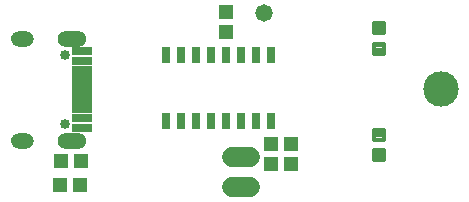
<source format=gts>
G75*
%MOIN*%
%OFA0B0*%
%FSLAX24Y24*%
%IPPOS*%
%LPD*%
%AMOC8*
5,1,8,0,0,1.08239X$1,22.5*
%
%ADD10C,0.1182*%
%ADD11R,0.0513X0.0474*%
%ADD12R,0.0474X0.0513*%
%ADD13C,0.0142*%
%ADD14R,0.0316X0.0552*%
%ADD15R,0.0651X0.0198*%
%ADD16R,0.0651X0.0316*%
%ADD17R,0.0651X0.0297*%
%ADD18C,0.0336*%
%ADD19C,0.0004*%
%ADD20C,0.0680*%
%ADD21C,0.0580*%
D10*
X022496Y017183D03*
D11*
X009822Y013983D03*
X010491Y013983D03*
X010511Y014783D03*
X009842Y014783D03*
D12*
X015346Y019099D03*
X015346Y019768D03*
X016846Y015368D03*
X017496Y015368D03*
X017496Y014699D03*
X016846Y014699D03*
D13*
X020280Y014822D02*
X020612Y014822D01*
X020280Y014822D02*
X020280Y015154D01*
X020612Y015154D01*
X020612Y014822D01*
X020612Y014963D02*
X020280Y014963D01*
X020280Y015104D02*
X020612Y015104D01*
X020612Y015513D02*
X020280Y015513D01*
X020280Y015845D01*
X020612Y015845D01*
X020612Y015513D01*
X020612Y015654D02*
X020280Y015654D01*
X020280Y015795D02*
X020612Y015795D01*
X020612Y018372D02*
X020280Y018372D01*
X020280Y018704D01*
X020612Y018704D01*
X020612Y018372D01*
X020612Y018513D02*
X020280Y018513D01*
X020280Y018654D02*
X020612Y018654D01*
X020612Y019063D02*
X020280Y019063D01*
X020280Y019395D01*
X020612Y019395D01*
X020612Y019063D01*
X020612Y019204D02*
X020280Y019204D01*
X020280Y019345D02*
X020612Y019345D01*
D14*
X016846Y018336D03*
X016346Y018336D03*
X015846Y018336D03*
X015346Y018336D03*
X014846Y018336D03*
X014346Y018336D03*
X013846Y018336D03*
X013346Y018336D03*
X013346Y016131D03*
X013846Y016131D03*
X014346Y016131D03*
X014846Y016131D03*
X015346Y016131D03*
X015846Y016131D03*
X016346Y016131D03*
X016846Y016131D03*
D15*
X010546Y016494D03*
X010546Y016691D03*
X010546Y016888D03*
X010546Y017085D03*
X010546Y017282D03*
X010546Y017479D03*
X010546Y017675D03*
X010546Y017872D03*
D16*
X010546Y018453D03*
X010546Y015914D03*
D17*
X010546Y016219D03*
X010546Y018148D03*
D18*
X009977Y018321D03*
X009977Y016046D03*
D19*
X009948Y015719D02*
X009898Y015711D01*
X009851Y015692D01*
X009810Y015663D01*
X009776Y015625D01*
X009775Y015625D02*
X010594Y015625D01*
X010596Y015623D02*
X009774Y015623D01*
X009776Y015625D02*
X009751Y015581D01*
X010619Y015581D01*
X010621Y015579D02*
X009750Y015579D01*
X009751Y015581D02*
X009736Y015533D01*
X009733Y015483D01*
X009736Y015432D01*
X009751Y015384D01*
X010620Y015384D01*
X010620Y015383D02*
X010595Y015339D01*
X010560Y015301D01*
X010518Y015273D01*
X010471Y015254D01*
X010420Y015246D01*
X009948Y015246D01*
X009898Y015254D01*
X009851Y015273D01*
X009810Y015302D01*
X009776Y015340D01*
X009751Y015384D01*
X009750Y015386D02*
X010621Y015386D01*
X010622Y015389D02*
X009749Y015389D01*
X009749Y015391D02*
X010623Y015391D01*
X010623Y015394D02*
X009748Y015394D01*
X009747Y015396D02*
X010624Y015396D01*
X010625Y015398D02*
X009746Y015398D01*
X009746Y015401D02*
X010626Y015401D01*
X010626Y015403D02*
X009745Y015403D01*
X009744Y015406D02*
X010627Y015406D01*
X010628Y015408D02*
X009744Y015408D01*
X009743Y015411D02*
X010629Y015411D01*
X010629Y015413D02*
X009742Y015413D01*
X009741Y015416D02*
X010630Y015416D01*
X010631Y015418D02*
X009741Y015418D01*
X009740Y015420D02*
X010631Y015420D01*
X010632Y015423D02*
X009739Y015423D01*
X009738Y015425D02*
X010633Y015425D01*
X010634Y015428D02*
X009738Y015428D01*
X009737Y015430D02*
X010634Y015430D01*
X010635Y015432D02*
X010620Y015383D01*
X010619Y015381D02*
X009752Y015381D01*
X009753Y015379D02*
X010618Y015379D01*
X010616Y015377D02*
X009755Y015377D01*
X009756Y015374D02*
X010615Y015374D01*
X010613Y015372D02*
X009758Y015372D01*
X009759Y015369D02*
X010612Y015369D01*
X010611Y015367D02*
X009760Y015367D01*
X009762Y015364D02*
X010609Y015364D01*
X010608Y015362D02*
X009763Y015362D01*
X009764Y015359D02*
X010606Y015359D01*
X010605Y015357D02*
X009766Y015357D01*
X009767Y015355D02*
X010604Y015355D01*
X010602Y015352D02*
X009769Y015352D01*
X009770Y015350D02*
X010601Y015350D01*
X010599Y015347D02*
X009771Y015347D01*
X009773Y015345D02*
X010598Y015345D01*
X010597Y015342D02*
X009774Y015342D01*
X009775Y015340D02*
X010595Y015340D01*
X010593Y015338D02*
X009778Y015338D01*
X009780Y015335D02*
X010591Y015335D01*
X010589Y015333D02*
X009782Y015333D01*
X009784Y015330D02*
X010587Y015330D01*
X010584Y015328D02*
X009786Y015328D01*
X009789Y015325D02*
X010582Y015325D01*
X010580Y015323D02*
X009791Y015323D01*
X009793Y015320D02*
X010578Y015320D01*
X010575Y015318D02*
X009795Y015318D01*
X009797Y015316D02*
X010573Y015316D01*
X010571Y015313D02*
X009800Y015313D01*
X009802Y015311D02*
X010569Y015311D01*
X010566Y015308D02*
X009804Y015308D01*
X009806Y015306D02*
X010564Y015306D01*
X010562Y015303D02*
X009809Y015303D01*
X009811Y015301D02*
X010559Y015301D01*
X010556Y015299D02*
X009815Y015299D01*
X009818Y015296D02*
X010552Y015296D01*
X010549Y015294D02*
X009822Y015294D01*
X009825Y015291D02*
X010545Y015291D01*
X010542Y015289D02*
X009829Y015289D01*
X009832Y015286D02*
X010538Y015286D01*
X010534Y015284D02*
X009836Y015284D01*
X009839Y015281D02*
X010531Y015281D01*
X010527Y015279D02*
X009843Y015279D01*
X009846Y015277D02*
X010524Y015277D01*
X010520Y015274D02*
X009850Y015274D01*
X009855Y015272D02*
X010516Y015272D01*
X010509Y015269D02*
X009861Y015269D01*
X009867Y015267D02*
X010503Y015267D01*
X010497Y015264D02*
X009873Y015264D01*
X009879Y015262D02*
X010491Y015262D01*
X010485Y015260D02*
X009885Y015260D01*
X009891Y015257D02*
X010478Y015257D01*
X010472Y015255D02*
X009897Y015255D01*
X009911Y015252D02*
X010459Y015252D01*
X010443Y015250D02*
X009926Y015250D01*
X009941Y015247D02*
X010427Y015247D01*
X010635Y015432D02*
X010639Y015483D01*
X010636Y015527D01*
X010625Y015570D01*
X010605Y015610D01*
X010578Y015646D01*
X010545Y015676D01*
X010507Y015698D01*
X010464Y015713D01*
X010420Y015719D01*
X009948Y015719D01*
X009941Y015718D02*
X010428Y015718D01*
X010445Y015715D02*
X009926Y015715D01*
X009911Y015713D02*
X010463Y015713D01*
X010471Y015710D02*
X009897Y015710D01*
X009891Y015708D02*
X010478Y015708D01*
X010485Y015706D02*
X009885Y015706D01*
X009879Y015703D02*
X010492Y015703D01*
X010499Y015701D02*
X009873Y015701D01*
X009867Y015698D02*
X010506Y015698D01*
X010510Y015696D02*
X009861Y015696D01*
X009855Y015693D02*
X010515Y015693D01*
X010519Y015691D02*
X009850Y015691D01*
X009846Y015688D02*
X010523Y015688D01*
X010527Y015686D02*
X009843Y015686D01*
X009839Y015684D02*
X010531Y015684D01*
X010535Y015681D02*
X009836Y015681D01*
X009832Y015679D02*
X010540Y015679D01*
X010544Y015676D02*
X009829Y015676D01*
X009825Y015674D02*
X010547Y015674D01*
X010550Y015671D02*
X009822Y015671D01*
X009818Y015669D02*
X010552Y015669D01*
X010555Y015667D02*
X009815Y015667D01*
X009811Y015664D02*
X010558Y015664D01*
X010561Y015662D02*
X009809Y015662D01*
X009806Y015659D02*
X010563Y015659D01*
X010566Y015657D02*
X009804Y015657D01*
X009802Y015654D02*
X010569Y015654D01*
X010572Y015652D02*
X009800Y015652D01*
X009797Y015650D02*
X010574Y015650D01*
X010577Y015647D02*
X009795Y015647D01*
X009793Y015645D02*
X010579Y015645D01*
X010581Y015642D02*
X009791Y015642D01*
X009789Y015640D02*
X010583Y015640D01*
X010585Y015637D02*
X009786Y015637D01*
X009784Y015635D02*
X010587Y015635D01*
X010589Y015632D02*
X009782Y015632D01*
X009780Y015630D02*
X010590Y015630D01*
X010592Y015628D02*
X009778Y015628D01*
X009773Y015620D02*
X010598Y015620D01*
X010600Y015618D02*
X009771Y015618D01*
X009770Y015615D02*
X010601Y015615D01*
X010603Y015613D02*
X009769Y015613D01*
X009767Y015611D02*
X010605Y015611D01*
X010606Y015608D02*
X009766Y015608D01*
X009764Y015606D02*
X010608Y015606D01*
X010609Y015603D02*
X009763Y015603D01*
X009762Y015601D02*
X010610Y015601D01*
X010611Y015598D02*
X009760Y015598D01*
X009759Y015596D02*
X010612Y015596D01*
X010614Y015593D02*
X009758Y015593D01*
X009756Y015591D02*
X010615Y015591D01*
X010616Y015589D02*
X009755Y015589D01*
X009753Y015586D02*
X010617Y015586D01*
X010618Y015584D02*
X009752Y015584D01*
X009749Y015576D02*
X010622Y015576D01*
X010623Y015574D02*
X009749Y015574D01*
X009748Y015572D02*
X010624Y015572D01*
X010625Y015569D02*
X009747Y015569D01*
X009746Y015567D02*
X010626Y015567D01*
X010626Y015564D02*
X009746Y015564D01*
X009745Y015562D02*
X010627Y015562D01*
X010628Y015559D02*
X009744Y015559D01*
X009744Y015557D02*
X010628Y015557D01*
X010629Y015554D02*
X009743Y015554D01*
X009742Y015552D02*
X010630Y015552D01*
X010630Y015550D02*
X009741Y015550D01*
X009741Y015547D02*
X010631Y015547D01*
X010631Y015545D02*
X009740Y015545D01*
X009739Y015542D02*
X010632Y015542D01*
X010633Y015540D02*
X009738Y015540D01*
X009738Y015537D02*
X010633Y015537D01*
X010634Y015535D02*
X009737Y015535D01*
X009736Y015533D02*
X010635Y015533D01*
X010635Y015530D02*
X009736Y015530D01*
X009736Y015528D02*
X010636Y015528D01*
X010636Y015525D02*
X009736Y015525D01*
X009736Y015523D02*
X010636Y015523D01*
X010636Y015520D02*
X009736Y015520D01*
X009735Y015518D02*
X010637Y015518D01*
X010637Y015515D02*
X009735Y015515D01*
X009735Y015513D02*
X010637Y015513D01*
X010637Y015511D02*
X009735Y015511D01*
X009735Y015508D02*
X010637Y015508D01*
X010637Y015506D02*
X009735Y015506D01*
X009735Y015503D02*
X010637Y015503D01*
X010638Y015501D02*
X009734Y015501D01*
X009734Y015498D02*
X010638Y015498D01*
X010638Y015496D02*
X009734Y015496D01*
X009734Y015494D02*
X010638Y015494D01*
X010638Y015491D02*
X009734Y015491D01*
X009734Y015489D02*
X010638Y015489D01*
X010638Y015486D02*
X009733Y015486D01*
X009733Y015484D02*
X010639Y015484D01*
X010639Y015481D02*
X009733Y015481D01*
X009733Y015479D02*
X010638Y015479D01*
X010638Y015476D02*
X009734Y015476D01*
X009734Y015474D02*
X010638Y015474D01*
X010638Y015472D02*
X009734Y015472D01*
X009734Y015469D02*
X010638Y015469D01*
X010638Y015467D02*
X009734Y015467D01*
X009734Y015464D02*
X010637Y015464D01*
X010637Y015462D02*
X009735Y015462D01*
X009735Y015459D02*
X010637Y015459D01*
X010637Y015457D02*
X009735Y015457D01*
X009735Y015455D02*
X010637Y015455D01*
X010636Y015452D02*
X009735Y015452D01*
X009735Y015450D02*
X010636Y015450D01*
X010636Y015447D02*
X009735Y015447D01*
X009736Y015445D02*
X010636Y015445D01*
X010636Y015442D02*
X009736Y015442D01*
X009736Y015440D02*
X010636Y015440D01*
X010635Y015437D02*
X009736Y015437D01*
X009736Y015435D02*
X010635Y015435D01*
X010635Y015433D02*
X009736Y015433D01*
X008895Y015483D02*
X008890Y015436D01*
X008876Y015392D01*
X008854Y015351D01*
X008824Y015315D01*
X008788Y015286D01*
X008747Y015264D01*
X008703Y015251D01*
X008656Y015246D01*
X008420Y015246D01*
X008374Y015251D01*
X008330Y015265D01*
X008290Y015287D01*
X008254Y015316D01*
X008225Y015352D01*
X008855Y015352D01*
X008856Y015355D02*
X008224Y015355D01*
X008222Y015357D02*
X008857Y015357D01*
X008859Y015359D02*
X008221Y015359D01*
X008220Y015362D02*
X008860Y015362D01*
X008861Y015364D02*
X008218Y015364D01*
X008217Y015367D02*
X008863Y015367D01*
X008864Y015369D02*
X008216Y015369D01*
X008214Y015372D02*
X008865Y015372D01*
X008867Y015374D02*
X008213Y015374D01*
X008212Y015377D02*
X008868Y015377D01*
X008869Y015379D02*
X008211Y015379D01*
X008209Y015381D02*
X008871Y015381D01*
X008872Y015384D02*
X008208Y015384D01*
X008207Y015386D02*
X008873Y015386D01*
X008874Y015389D02*
X008205Y015389D01*
X008204Y015391D02*
X008876Y015391D01*
X008877Y015394D02*
X008203Y015394D01*
X008203Y015392D02*
X008190Y015437D01*
X008186Y015483D01*
X008192Y015535D01*
X008888Y015535D01*
X008895Y015483D01*
X008894Y015484D02*
X008186Y015484D01*
X008186Y015486D02*
X008894Y015486D01*
X008894Y015489D02*
X008187Y015489D01*
X008187Y015491D02*
X008894Y015491D01*
X008893Y015494D02*
X008187Y015494D01*
X008187Y015496D02*
X008893Y015496D01*
X008893Y015498D02*
X008188Y015498D01*
X008188Y015501D02*
X008892Y015501D01*
X008892Y015503D02*
X008188Y015503D01*
X008188Y015506D02*
X008892Y015506D01*
X008892Y015508D02*
X008189Y015508D01*
X008189Y015511D02*
X008891Y015511D01*
X008891Y015513D02*
X008189Y015513D01*
X008190Y015515D02*
X008891Y015515D01*
X008890Y015518D02*
X008190Y015518D01*
X008190Y015520D02*
X008890Y015520D01*
X008890Y015523D02*
X008190Y015523D01*
X008191Y015525D02*
X008890Y015525D01*
X008889Y015528D02*
X008191Y015528D01*
X008191Y015530D02*
X008889Y015530D01*
X008889Y015533D02*
X008191Y015533D01*
X008192Y015535D02*
X008209Y015585D01*
X008237Y015629D01*
X008274Y015667D01*
X008318Y015695D01*
X008368Y015713D01*
X008420Y015719D01*
X008656Y015719D01*
X008709Y015713D01*
X008759Y015696D01*
X008320Y015696D01*
X008316Y015693D02*
X008763Y015693D01*
X008759Y015696D02*
X008805Y015668D01*
X008842Y015630D01*
X008871Y015585D01*
X008888Y015535D01*
X008888Y015537D02*
X008192Y015537D01*
X008193Y015540D02*
X008887Y015540D01*
X008886Y015542D02*
X008194Y015542D01*
X008195Y015545D02*
X008885Y015545D01*
X008884Y015547D02*
X008196Y015547D01*
X008197Y015550D02*
X008883Y015550D01*
X008883Y015552D02*
X008198Y015552D01*
X008198Y015554D02*
X008882Y015554D01*
X008881Y015557D02*
X008199Y015557D01*
X008200Y015559D02*
X008880Y015559D01*
X008879Y015562D02*
X008201Y015562D01*
X008202Y015564D02*
X008878Y015564D01*
X008877Y015567D02*
X008203Y015567D01*
X008203Y015569D02*
X008876Y015569D01*
X008876Y015572D02*
X008204Y015572D01*
X008205Y015574D02*
X008875Y015574D01*
X008874Y015576D02*
X008206Y015576D01*
X008207Y015579D02*
X008873Y015579D01*
X008872Y015581D02*
X008208Y015581D01*
X008208Y015584D02*
X008871Y015584D01*
X008870Y015586D02*
X008210Y015586D01*
X008211Y015589D02*
X008869Y015589D01*
X008867Y015591D02*
X008213Y015591D01*
X008214Y015593D02*
X008866Y015593D01*
X008864Y015596D02*
X008216Y015596D01*
X008217Y015598D02*
X008862Y015598D01*
X008861Y015601D02*
X008219Y015601D01*
X008220Y015603D02*
X008859Y015603D01*
X008858Y015606D02*
X008222Y015606D01*
X008223Y015608D02*
X008856Y015608D01*
X008855Y015611D02*
X008225Y015611D01*
X008226Y015613D02*
X008853Y015613D01*
X008852Y015615D02*
X008228Y015615D01*
X008229Y015618D02*
X008850Y015618D01*
X008849Y015620D02*
X008231Y015620D01*
X008232Y015623D02*
X008847Y015623D01*
X008845Y015625D02*
X008234Y015625D01*
X008235Y015628D02*
X008844Y015628D01*
X008842Y015630D02*
X008237Y015630D01*
X008240Y015632D02*
X008840Y015632D01*
X008838Y015635D02*
X008242Y015635D01*
X008244Y015637D02*
X008835Y015637D01*
X008833Y015640D02*
X008247Y015640D01*
X008249Y015642D02*
X008830Y015642D01*
X008828Y015645D02*
X008252Y015645D01*
X008254Y015647D02*
X008825Y015647D01*
X008823Y015650D02*
X008257Y015650D01*
X008259Y015652D02*
X008820Y015652D01*
X008818Y015654D02*
X008261Y015654D01*
X008264Y015657D02*
X008815Y015657D01*
X008813Y015659D02*
X008266Y015659D01*
X008269Y015662D02*
X008811Y015662D01*
X008808Y015664D02*
X008271Y015664D01*
X008273Y015667D02*
X008806Y015667D01*
X008802Y015669D02*
X008277Y015669D01*
X008281Y015671D02*
X008798Y015671D01*
X008794Y015674D02*
X008285Y015674D01*
X008289Y015676D02*
X008791Y015676D01*
X008787Y015679D02*
X008293Y015679D01*
X008296Y015681D02*
X008783Y015681D01*
X008779Y015684D02*
X008300Y015684D01*
X008304Y015686D02*
X008775Y015686D01*
X008771Y015688D02*
X008308Y015688D01*
X008312Y015691D02*
X008767Y015691D01*
X008752Y015698D02*
X008327Y015698D01*
X008334Y015701D02*
X008745Y015701D01*
X008738Y015703D02*
X008341Y015703D01*
X008348Y015706D02*
X008731Y015706D01*
X008724Y015708D02*
X008355Y015708D01*
X008362Y015710D02*
X008717Y015710D01*
X008710Y015713D02*
X008370Y015713D01*
X008391Y015715D02*
X008688Y015715D01*
X008666Y015718D02*
X008411Y015718D01*
X008186Y015481D02*
X008894Y015481D01*
X008894Y015479D02*
X008186Y015479D01*
X008187Y015476D02*
X008894Y015476D01*
X008894Y015474D02*
X008187Y015474D01*
X008187Y015472D02*
X008893Y015472D01*
X008893Y015469D02*
X008187Y015469D01*
X008187Y015467D02*
X008893Y015467D01*
X008893Y015464D02*
X008188Y015464D01*
X008188Y015462D02*
X008892Y015462D01*
X008892Y015459D02*
X008188Y015459D01*
X008188Y015457D02*
X008892Y015457D01*
X008892Y015455D02*
X008189Y015455D01*
X008189Y015452D02*
X008891Y015452D01*
X008891Y015450D02*
X008189Y015450D01*
X008189Y015447D02*
X008891Y015447D01*
X008891Y015445D02*
X008190Y015445D01*
X008190Y015442D02*
X008890Y015442D01*
X008890Y015440D02*
X008190Y015440D01*
X008190Y015437D02*
X008890Y015437D01*
X008889Y015435D02*
X008191Y015435D01*
X008191Y015433D02*
X008889Y015433D01*
X008888Y015430D02*
X008192Y015430D01*
X008193Y015428D02*
X008887Y015428D01*
X008886Y015425D02*
X008194Y015425D01*
X008194Y015423D02*
X008886Y015423D01*
X008885Y015420D02*
X008195Y015420D01*
X008196Y015418D02*
X008884Y015418D01*
X008883Y015416D02*
X008197Y015416D01*
X008197Y015413D02*
X008883Y015413D01*
X008882Y015411D02*
X008198Y015411D01*
X008199Y015408D02*
X008881Y015408D01*
X008880Y015406D02*
X008199Y015406D01*
X008200Y015403D02*
X008880Y015403D01*
X008879Y015401D02*
X008201Y015401D01*
X008202Y015398D02*
X008878Y015398D01*
X008877Y015396D02*
X008202Y015396D01*
X008203Y015392D02*
X008225Y015352D01*
X008227Y015350D02*
X008853Y015350D01*
X008851Y015347D02*
X008229Y015347D01*
X008231Y015345D02*
X008849Y015345D01*
X008847Y015342D02*
X008233Y015342D01*
X008235Y015340D02*
X008845Y015340D01*
X008843Y015338D02*
X008237Y015338D01*
X008239Y015335D02*
X008841Y015335D01*
X008839Y015333D02*
X008241Y015333D01*
X008243Y015330D02*
X008837Y015330D01*
X008835Y015328D02*
X008244Y015328D01*
X008246Y015325D02*
X008833Y015325D01*
X008831Y015323D02*
X008248Y015323D01*
X008250Y015320D02*
X008829Y015320D01*
X008827Y015318D02*
X008252Y015318D01*
X008255Y015316D02*
X008825Y015316D01*
X008822Y015313D02*
X008257Y015313D01*
X008260Y015311D02*
X008819Y015311D01*
X008816Y015308D02*
X008263Y015308D01*
X008266Y015306D02*
X008813Y015306D01*
X008810Y015303D02*
X008269Y015303D01*
X008272Y015301D02*
X008807Y015301D01*
X008804Y015299D02*
X008275Y015299D01*
X008278Y015296D02*
X008801Y015296D01*
X008798Y015294D02*
X008281Y015294D01*
X008284Y015291D02*
X008795Y015291D01*
X008792Y015289D02*
X008287Y015289D01*
X008290Y015286D02*
X008789Y015286D01*
X008785Y015284D02*
X008294Y015284D01*
X008299Y015281D02*
X008780Y015281D01*
X008776Y015279D02*
X008304Y015279D01*
X008308Y015277D02*
X008771Y015277D01*
X008766Y015274D02*
X008313Y015274D01*
X008317Y015272D02*
X008762Y015272D01*
X008757Y015269D02*
X008322Y015269D01*
X008326Y015267D02*
X008753Y015267D01*
X008748Y015264D02*
X008331Y015264D01*
X008339Y015262D02*
X008740Y015262D01*
X008732Y015260D02*
X008347Y015260D01*
X008355Y015257D02*
X008724Y015257D01*
X008716Y015255D02*
X008363Y015255D01*
X008370Y015252D02*
X008708Y015252D01*
X008693Y015250D02*
X008386Y015250D01*
X008410Y015247D02*
X008667Y015247D01*
X008656Y018648D02*
X008420Y018648D01*
X008374Y018653D01*
X008330Y018666D01*
X008290Y018688D01*
X008254Y018717D01*
X008225Y018753D01*
X008203Y018794D01*
X008190Y018838D01*
X008186Y018884D01*
X008192Y018936D01*
X008209Y018986D01*
X008871Y018986D01*
X008871Y018987D02*
X008888Y018937D01*
X008192Y018937D01*
X008191Y018935D02*
X008889Y018935D01*
X008888Y018937D02*
X008895Y018884D01*
X008890Y018838D01*
X008876Y018793D01*
X008854Y018753D01*
X008824Y018717D01*
X008788Y018687D01*
X008747Y018666D01*
X008703Y018652D01*
X008656Y018648D01*
X008676Y018650D02*
X008402Y018650D01*
X008378Y018652D02*
X008702Y018652D01*
X008711Y018655D02*
X008368Y018655D01*
X008360Y018657D02*
X008719Y018657D01*
X008727Y018660D02*
X008352Y018660D01*
X008344Y018662D02*
X008735Y018662D01*
X008743Y018664D02*
X008336Y018664D01*
X008329Y018667D02*
X008750Y018667D01*
X008754Y018669D02*
X008325Y018669D01*
X008320Y018672D02*
X008759Y018672D01*
X008763Y018674D02*
X008316Y018674D01*
X008311Y018677D02*
X008768Y018677D01*
X008773Y018679D02*
X008306Y018679D01*
X008302Y018681D02*
X008777Y018681D01*
X008782Y018684D02*
X008297Y018684D01*
X008293Y018686D02*
X008786Y018686D01*
X008790Y018689D02*
X008289Y018689D01*
X008286Y018691D02*
X008793Y018691D01*
X008796Y018694D02*
X008283Y018694D01*
X008280Y018696D02*
X008799Y018696D01*
X008802Y018699D02*
X008277Y018699D01*
X008274Y018701D02*
X008805Y018701D01*
X008808Y018703D02*
X008271Y018703D01*
X008268Y018706D02*
X008811Y018706D01*
X008814Y018708D02*
X008265Y018708D01*
X008262Y018711D02*
X008817Y018711D01*
X008820Y018713D02*
X008259Y018713D01*
X008256Y018716D02*
X008823Y018716D01*
X008826Y018718D02*
X008254Y018718D01*
X008252Y018720D02*
X008828Y018720D01*
X008830Y018723D02*
X008250Y018723D01*
X008248Y018725D02*
X008832Y018725D01*
X008834Y018728D02*
X008246Y018728D01*
X008244Y018730D02*
X008836Y018730D01*
X008838Y018733D02*
X008242Y018733D01*
X008240Y018735D02*
X008840Y018735D01*
X008842Y018738D02*
X008238Y018738D01*
X008236Y018740D02*
X008844Y018740D01*
X008846Y018742D02*
X008234Y018742D01*
X008232Y018745D02*
X008848Y018745D01*
X008850Y018747D02*
X008230Y018747D01*
X008228Y018750D02*
X008852Y018750D01*
X008854Y018752D02*
X008226Y018752D01*
X008224Y018755D02*
X008855Y018755D01*
X008857Y018757D02*
X008223Y018757D01*
X008222Y018759D02*
X008858Y018759D01*
X008859Y018762D02*
X008220Y018762D01*
X008219Y018764D02*
X008860Y018764D01*
X008862Y018767D02*
X008218Y018767D01*
X008217Y018769D02*
X008863Y018769D01*
X008864Y018772D02*
X008215Y018772D01*
X008214Y018774D02*
X008866Y018774D01*
X008867Y018776D02*
X008213Y018776D01*
X008211Y018779D02*
X008868Y018779D01*
X008870Y018781D02*
X008210Y018781D01*
X008209Y018784D02*
X008871Y018784D01*
X008872Y018786D02*
X008208Y018786D01*
X008206Y018789D02*
X008874Y018789D01*
X008875Y018791D02*
X008205Y018791D01*
X008204Y018794D02*
X008876Y018794D01*
X008877Y018796D02*
X008203Y018796D01*
X008202Y018798D02*
X008878Y018798D01*
X008878Y018801D02*
X008201Y018801D01*
X008201Y018803D02*
X008879Y018803D01*
X008880Y018806D02*
X008200Y018806D01*
X008199Y018808D02*
X008881Y018808D01*
X008881Y018811D02*
X008199Y018811D01*
X008198Y018813D02*
X008882Y018813D01*
X008883Y018815D02*
X008197Y018815D01*
X008196Y018818D02*
X008884Y018818D01*
X008884Y018820D02*
X008196Y018820D01*
X008195Y018823D02*
X008885Y018823D01*
X008886Y018825D02*
X008194Y018825D01*
X008193Y018828D02*
X008887Y018828D01*
X008887Y018830D02*
X008193Y018830D01*
X008192Y018833D02*
X008888Y018833D01*
X008889Y018835D02*
X008191Y018835D01*
X008191Y018837D02*
X008890Y018837D01*
X008890Y018840D02*
X008190Y018840D01*
X008190Y018842D02*
X008890Y018842D01*
X008891Y018845D02*
X008190Y018845D01*
X008189Y018847D02*
X008891Y018847D01*
X008891Y018850D02*
X008189Y018850D01*
X008189Y018852D02*
X008891Y018852D01*
X008892Y018854D02*
X008189Y018854D01*
X008189Y018857D02*
X008892Y018857D01*
X008892Y018859D02*
X008188Y018859D01*
X008188Y018862D02*
X008892Y018862D01*
X008893Y018864D02*
X008188Y018864D01*
X008188Y018867D02*
X008893Y018867D01*
X008893Y018869D02*
X008187Y018869D01*
X008187Y018872D02*
X008893Y018872D01*
X008894Y018874D02*
X008187Y018874D01*
X008187Y018876D02*
X008894Y018876D01*
X008894Y018879D02*
X008186Y018879D01*
X008186Y018881D02*
X008894Y018881D01*
X008895Y018884D02*
X008186Y018884D01*
X008186Y018886D02*
X008894Y018886D01*
X008894Y018889D02*
X008186Y018889D01*
X008187Y018891D02*
X008894Y018891D01*
X008894Y018893D02*
X008187Y018893D01*
X008187Y018896D02*
X008893Y018896D01*
X008893Y018898D02*
X008187Y018898D01*
X008188Y018901D02*
X008893Y018901D01*
X008892Y018903D02*
X008188Y018903D01*
X008188Y018906D02*
X008892Y018906D01*
X008892Y018908D02*
X008189Y018908D01*
X008189Y018911D02*
X008892Y018911D01*
X008891Y018913D02*
X008189Y018913D01*
X008189Y018915D02*
X008891Y018915D01*
X008891Y018918D02*
X008190Y018918D01*
X008190Y018920D02*
X008890Y018920D01*
X008890Y018923D02*
X008190Y018923D01*
X008190Y018925D02*
X008890Y018925D01*
X008890Y018928D02*
X008191Y018928D01*
X008191Y018930D02*
X008889Y018930D01*
X008889Y018932D02*
X008191Y018932D01*
X008193Y018940D02*
X008887Y018940D01*
X008887Y018942D02*
X008194Y018942D01*
X008194Y018945D02*
X008886Y018945D01*
X008885Y018947D02*
X008195Y018947D01*
X008196Y018950D02*
X008884Y018950D01*
X008883Y018952D02*
X008197Y018952D01*
X008198Y018954D02*
X008882Y018954D01*
X008881Y018957D02*
X008199Y018957D01*
X008199Y018959D02*
X008880Y018959D01*
X008880Y018962D02*
X008200Y018962D01*
X008201Y018964D02*
X008879Y018964D01*
X008878Y018967D02*
X008202Y018967D01*
X008203Y018969D02*
X008877Y018969D01*
X008876Y018971D02*
X008204Y018971D01*
X008205Y018974D02*
X008875Y018974D01*
X008874Y018976D02*
X008205Y018976D01*
X008206Y018979D02*
X008874Y018979D01*
X008873Y018981D02*
X008207Y018981D01*
X008208Y018984D02*
X008872Y018984D01*
X008871Y018987D02*
X008842Y019032D01*
X008805Y019069D01*
X008275Y019069D01*
X008274Y019068D02*
X008318Y019097D01*
X008368Y019114D01*
X008420Y019120D01*
X008656Y019120D01*
X008709Y019115D01*
X008759Y019097D01*
X008805Y019069D01*
X008807Y019067D02*
X008272Y019067D01*
X008274Y019068D02*
X008237Y019031D01*
X008209Y018986D01*
X008210Y018989D02*
X008870Y018989D01*
X008868Y018991D02*
X008212Y018991D01*
X008213Y018993D02*
X008867Y018993D01*
X008865Y018996D02*
X008215Y018996D01*
X008216Y018998D02*
X008863Y018998D01*
X008862Y019001D02*
X008218Y019001D01*
X008219Y019003D02*
X008860Y019003D01*
X008859Y019006D02*
X008221Y019006D01*
X008222Y019008D02*
X008857Y019008D01*
X008856Y019010D02*
X008224Y019010D01*
X008225Y019013D02*
X008854Y019013D01*
X008853Y019015D02*
X008227Y019015D01*
X008228Y019018D02*
X008851Y019018D01*
X008850Y019020D02*
X008230Y019020D01*
X008231Y019023D02*
X008848Y019023D01*
X008846Y019025D02*
X008233Y019025D01*
X008234Y019028D02*
X008845Y019028D01*
X008843Y019030D02*
X008236Y019030D01*
X008238Y019032D02*
X008842Y019032D01*
X008839Y019035D02*
X008240Y019035D01*
X008243Y019037D02*
X008837Y019037D01*
X008834Y019040D02*
X008245Y019040D01*
X008248Y019042D02*
X008832Y019042D01*
X008829Y019045D02*
X008250Y019045D01*
X008253Y019047D02*
X008827Y019047D01*
X008824Y019049D02*
X008255Y019049D01*
X008257Y019052D02*
X008822Y019052D01*
X008820Y019054D02*
X008260Y019054D01*
X008262Y019057D02*
X008817Y019057D01*
X008815Y019059D02*
X008265Y019059D01*
X008267Y019062D02*
X008812Y019062D01*
X008810Y019064D02*
X008269Y019064D01*
X008278Y019071D02*
X008801Y019071D01*
X008797Y019074D02*
X008282Y019074D01*
X008286Y019076D02*
X008793Y019076D01*
X008789Y019079D02*
X008290Y019079D01*
X008294Y019081D02*
X008785Y019081D01*
X008781Y019084D02*
X008298Y019084D01*
X008302Y019086D02*
X008777Y019086D01*
X008774Y019088D02*
X008305Y019088D01*
X008309Y019091D02*
X008770Y019091D01*
X008766Y019093D02*
X008313Y019093D01*
X008317Y019096D02*
X008762Y019096D01*
X008757Y019098D02*
X008323Y019098D01*
X008330Y019101D02*
X008750Y019101D01*
X008743Y019103D02*
X008336Y019103D01*
X008343Y019106D02*
X008736Y019106D01*
X008728Y019108D02*
X008350Y019108D01*
X008357Y019110D02*
X008721Y019110D01*
X008714Y019113D02*
X008364Y019113D01*
X008377Y019115D02*
X008703Y019115D01*
X008681Y019118D02*
X008398Y019118D01*
X008419Y019120D02*
X008658Y019120D01*
X009736Y018935D02*
X009733Y018884D01*
X009736Y018834D01*
X009751Y018785D01*
X009776Y018741D01*
X009810Y018704D01*
X009851Y018675D01*
X009898Y018656D01*
X009948Y018648D01*
X010420Y018648D01*
X010471Y018656D01*
X010518Y018674D01*
X010560Y018703D01*
X010595Y018740D01*
X010620Y018785D01*
X010635Y018833D01*
X010639Y018884D01*
X010636Y018929D01*
X010625Y018972D01*
X010605Y019012D01*
X010578Y019047D01*
X010545Y019077D01*
X010507Y019100D01*
X010464Y019114D01*
X010420Y019120D01*
X009948Y019120D01*
X009898Y019112D01*
X009851Y019093D01*
X009810Y019064D01*
X009776Y019027D01*
X009751Y018983D01*
X009736Y018935D01*
X009737Y018935D02*
X010634Y018935D01*
X010634Y018937D02*
X009737Y018937D01*
X009738Y018940D02*
X010633Y018940D01*
X010633Y018942D02*
X009739Y018942D01*
X009739Y018945D02*
X010632Y018945D01*
X010631Y018947D02*
X009740Y018947D01*
X009741Y018950D02*
X010631Y018950D01*
X010630Y018952D02*
X009742Y018952D01*
X009742Y018954D02*
X010629Y018954D01*
X010629Y018957D02*
X009743Y018957D01*
X009744Y018959D02*
X010628Y018959D01*
X010627Y018962D02*
X009745Y018962D01*
X009745Y018964D02*
X010627Y018964D01*
X010626Y018967D02*
X009746Y018967D01*
X009747Y018969D02*
X010626Y018969D01*
X010625Y018971D02*
X009747Y018971D01*
X009748Y018974D02*
X010624Y018974D01*
X010623Y018976D02*
X009749Y018976D01*
X009750Y018979D02*
X010621Y018979D01*
X010620Y018981D02*
X009750Y018981D01*
X009751Y018984D02*
X010619Y018984D01*
X010618Y018986D02*
X009753Y018986D01*
X009754Y018989D02*
X010617Y018989D01*
X010615Y018991D02*
X009755Y018991D01*
X009757Y018993D02*
X010614Y018993D01*
X010613Y018996D02*
X009758Y018996D01*
X009759Y018998D02*
X010612Y018998D01*
X010611Y019001D02*
X009761Y019001D01*
X009762Y019003D02*
X010610Y019003D01*
X010608Y019006D02*
X009764Y019006D01*
X009765Y019008D02*
X010607Y019008D01*
X010606Y019010D02*
X009766Y019010D01*
X009768Y019013D02*
X010605Y019013D01*
X010603Y019015D02*
X009769Y019015D01*
X009770Y019018D02*
X010601Y019018D01*
X010599Y019020D02*
X009772Y019020D01*
X009773Y019023D02*
X010597Y019023D01*
X010595Y019025D02*
X009775Y019025D01*
X009776Y019028D02*
X010593Y019028D01*
X010592Y019030D02*
X009778Y019030D01*
X009781Y019032D02*
X010590Y019032D01*
X010588Y019035D02*
X009783Y019035D01*
X009785Y019037D02*
X010586Y019037D01*
X010584Y019040D02*
X009787Y019040D01*
X009789Y019042D02*
X010582Y019042D01*
X010581Y019045D02*
X009792Y019045D01*
X009794Y019047D02*
X010579Y019047D01*
X010576Y019049D02*
X009796Y019049D01*
X009798Y019052D02*
X010573Y019052D01*
X010571Y019054D02*
X009800Y019054D01*
X009803Y019057D02*
X010568Y019057D01*
X010565Y019059D02*
X009805Y019059D01*
X009807Y019062D02*
X010562Y019062D01*
X010560Y019064D02*
X009809Y019064D01*
X009813Y019067D02*
X010557Y019067D01*
X010554Y019069D02*
X009816Y019069D01*
X009820Y019071D02*
X010551Y019071D01*
X010549Y019074D02*
X009823Y019074D01*
X009827Y019076D02*
X010546Y019076D01*
X010542Y019079D02*
X009830Y019079D01*
X009834Y019081D02*
X010538Y019081D01*
X010534Y019084D02*
X009837Y019084D01*
X009841Y019086D02*
X010530Y019086D01*
X010526Y019088D02*
X009844Y019088D01*
X009848Y019091D02*
X010521Y019091D01*
X010517Y019093D02*
X009851Y019093D01*
X009857Y019096D02*
X010513Y019096D01*
X010509Y019098D02*
X009863Y019098D01*
X009869Y019101D02*
X010504Y019101D01*
X010497Y019103D02*
X009875Y019103D01*
X009881Y019106D02*
X010490Y019106D01*
X010483Y019108D02*
X009887Y019108D01*
X009893Y019110D02*
X010475Y019110D01*
X010468Y019113D02*
X009901Y019113D01*
X009916Y019115D02*
X010457Y019115D01*
X010439Y019118D02*
X009932Y019118D01*
X009947Y019120D02*
X010422Y019120D01*
X010635Y018932D02*
X009736Y018932D01*
X009736Y018930D02*
X010636Y018930D01*
X010636Y018928D02*
X009736Y018928D01*
X009736Y018925D02*
X010636Y018925D01*
X010636Y018923D02*
X009736Y018923D01*
X009736Y018920D02*
X010637Y018920D01*
X010637Y018918D02*
X009735Y018918D01*
X009735Y018915D02*
X010637Y018915D01*
X010637Y018913D02*
X009735Y018913D01*
X009735Y018911D02*
X010637Y018911D01*
X010637Y018908D02*
X009735Y018908D01*
X009735Y018906D02*
X010637Y018906D01*
X010638Y018903D02*
X009734Y018903D01*
X009734Y018901D02*
X010638Y018901D01*
X010638Y018898D02*
X009734Y018898D01*
X009734Y018896D02*
X010638Y018896D01*
X010638Y018893D02*
X009734Y018893D01*
X009734Y018891D02*
X010638Y018891D01*
X010638Y018889D02*
X009733Y018889D01*
X009733Y018886D02*
X010639Y018886D01*
X010639Y018884D02*
X009733Y018884D01*
X009733Y018881D02*
X010638Y018881D01*
X010638Y018879D02*
X009734Y018879D01*
X009734Y018876D02*
X010638Y018876D01*
X010638Y018874D02*
X009734Y018874D01*
X009734Y018872D02*
X010638Y018872D01*
X010638Y018869D02*
X009734Y018869D01*
X009734Y018867D02*
X010637Y018867D01*
X010637Y018864D02*
X009734Y018864D01*
X009735Y018862D02*
X010637Y018862D01*
X010637Y018859D02*
X009735Y018859D01*
X009735Y018857D02*
X010637Y018857D01*
X010637Y018854D02*
X009735Y018854D01*
X009735Y018852D02*
X010636Y018852D01*
X010636Y018850D02*
X009735Y018850D01*
X009736Y018847D02*
X010636Y018847D01*
X010636Y018845D02*
X009736Y018845D01*
X009736Y018842D02*
X010636Y018842D01*
X010635Y018840D02*
X009736Y018840D01*
X009736Y018837D02*
X010635Y018837D01*
X010635Y018835D02*
X009736Y018835D01*
X009737Y018833D02*
X010635Y018833D01*
X010634Y018830D02*
X009737Y018830D01*
X009738Y018828D02*
X010633Y018828D01*
X010633Y018825D02*
X009739Y018825D01*
X009740Y018823D02*
X010632Y018823D01*
X010631Y018820D02*
X009740Y018820D01*
X009741Y018818D02*
X010630Y018818D01*
X010630Y018815D02*
X009742Y018815D01*
X009743Y018813D02*
X010629Y018813D01*
X010628Y018811D02*
X009743Y018811D01*
X009744Y018808D02*
X010627Y018808D01*
X010627Y018806D02*
X009745Y018806D01*
X009745Y018803D02*
X010626Y018803D01*
X010625Y018801D02*
X009746Y018801D01*
X009747Y018798D02*
X010624Y018798D01*
X010624Y018796D02*
X009748Y018796D01*
X009748Y018794D02*
X010623Y018794D01*
X010622Y018791D02*
X009749Y018791D01*
X009750Y018789D02*
X010621Y018789D01*
X010621Y018786D02*
X009751Y018786D01*
X009752Y018784D02*
X010620Y018784D01*
X010618Y018781D02*
X009753Y018781D01*
X009754Y018779D02*
X010617Y018779D01*
X010615Y018776D02*
X009756Y018776D01*
X009757Y018774D02*
X010614Y018774D01*
X010613Y018772D02*
X009758Y018772D01*
X009760Y018769D02*
X010611Y018769D01*
X010610Y018767D02*
X009761Y018767D01*
X009763Y018764D02*
X010608Y018764D01*
X010607Y018762D02*
X009764Y018762D01*
X009765Y018759D02*
X010606Y018759D01*
X010604Y018757D02*
X009767Y018757D01*
X009768Y018755D02*
X010603Y018755D01*
X010601Y018752D02*
X009769Y018752D01*
X009771Y018750D02*
X010600Y018750D01*
X010599Y018747D02*
X009772Y018747D01*
X009774Y018745D02*
X010597Y018745D01*
X010596Y018742D02*
X009775Y018742D01*
X009777Y018740D02*
X010594Y018740D01*
X010592Y018738D02*
X009779Y018738D01*
X009781Y018735D02*
X010590Y018735D01*
X010587Y018733D02*
X009783Y018733D01*
X009786Y018730D02*
X010585Y018730D01*
X010583Y018728D02*
X009788Y018728D01*
X009790Y018725D02*
X010581Y018725D01*
X010578Y018723D02*
X009792Y018723D01*
X009794Y018720D02*
X010576Y018720D01*
X010574Y018718D02*
X009797Y018718D01*
X009799Y018716D02*
X010572Y018716D01*
X010569Y018713D02*
X009801Y018713D01*
X009803Y018711D02*
X010567Y018711D01*
X010565Y018708D02*
X009806Y018708D01*
X009808Y018706D02*
X010563Y018706D01*
X010560Y018703D02*
X009810Y018703D01*
X009814Y018701D02*
X010557Y018701D01*
X010553Y018699D02*
X009817Y018699D01*
X009821Y018696D02*
X010550Y018696D01*
X010546Y018694D02*
X009824Y018694D01*
X009828Y018691D02*
X010543Y018691D01*
X010539Y018689D02*
X009831Y018689D01*
X009835Y018686D02*
X010536Y018686D01*
X010532Y018684D02*
X009838Y018684D01*
X009842Y018681D02*
X010528Y018681D01*
X010525Y018679D02*
X009845Y018679D01*
X009849Y018677D02*
X010521Y018677D01*
X010518Y018674D02*
X009853Y018674D01*
X009859Y018672D02*
X010511Y018672D01*
X010505Y018669D02*
X009865Y018669D01*
X009871Y018667D02*
X010499Y018667D01*
X010493Y018664D02*
X009877Y018664D01*
X009883Y018662D02*
X010487Y018662D01*
X010481Y018660D02*
X009889Y018660D01*
X009895Y018657D02*
X010474Y018657D01*
X010464Y018655D02*
X009906Y018655D01*
X009921Y018652D02*
X010448Y018652D01*
X010432Y018650D02*
X009936Y018650D01*
D20*
X015546Y014933D02*
X016146Y014933D01*
X016146Y013933D02*
X015546Y013933D01*
D21*
X016596Y019723D03*
M02*

</source>
